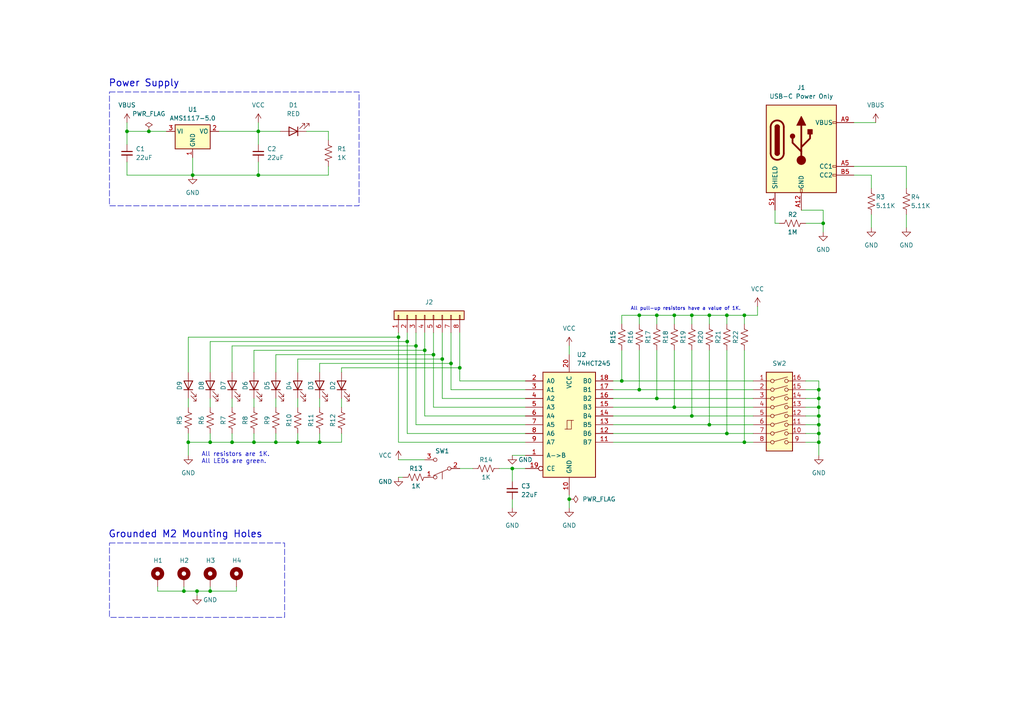
<source format=kicad_sch>
(kicad_sch (version 20230121) (generator eeschema)
  (paper "A4")
  (title_block (title "Bus Input Card") (date "6/7/2024") (rev "1.3") (company "Hasan "))
  (lib_symbols
    (symbol "74xx:74HC245" (pin_names (offset 1.016))
      (property "Reference" "U1" (at 2.1941 20.32 0))
      (property "Value" "74HCT245" (at 2.1941 17.78 0))
      (symbol "74HC245_1_0"
        (polyline (pts (xy -0.635 -1.27) (xy -0.635 1.27) (xy 0.635 1.27)))
        (polyline (pts (xy -1.27 -1.27) (xy 0.635 -1.27) (xy 0.635 1.27) (xy 1.27 1.27)))
        (pin input line (at -12.7 -8.89 0) (length 5.08) (name "A->B") (number "1"))
        (pin power_in line (at 0 -20.32 90) (length 5.08) (name "GND") (number "10"))
        (pin tri_state line (at 12.7 -5.08 180) (length 5.08) (name "B7") (number "11"))
        (pin tri_state line (at 12.7 -2.54 180) (length 5.08) (name "B6") (number "12"))
        (pin tri_state line (at 12.7 0 180) (length 5.08) (name "B5") (number "13"))
        (pin tri_state line (at 12.7 2.54 180) (length 5.08) (name "B4") (number "14"))
        (pin tri_state line (at 12.7 5.08 180) (length 5.08) (name "B3") (number "15"))
        (pin tri_state line (at 12.7 7.62 180) (length 5.08) (name "B2") (number "16"))
        (pin tri_state line (at 12.7 10.16 180) (length 5.08) (name "B1") (number "17"))
        (pin tri_state line (at 12.7 12.7 180) (length 5.08) (name "B0") (number "18"))
        (pin input inverted (at -12.7 -12.7 0) (length 5.08) (name "CE") (number "19"))
        (pin tri_state line (at -12.7 12.7 0) (length 5.08) (name "A0") (number "2"))
        (pin power_in line (at 0 20.32 270) (length 5.08) (name "VCC") (number "20"))
        (pin tri_state line (at -12.7 10.16 0) (length 5.08) (name "A1") (number "3"))
        (pin tri_state line (at -12.7 7.62 0) (length 5.08) (name "A2") (number "4"))
        (pin tri_state line (at -12.7 5.08 0) (length 5.08) (name "A3") (number "5"))
        (pin tri_state line (at -12.7 2.54 0) (length 5.08) (name "A4") (number "6"))
        (pin tri_state line (at -12.7 0 0) (length 5.08) (name "A5") (number "7"))
        (pin tri_state line (at -12.7 -2.54 0) (length 5.08) (name "A6") (number "8"))
        (pin tri_state line (at -12.7 -5.08 0) (length 5.08) (name "A7") (number "9"))
      )
      (symbol "74HC245_1_1"
        (rectangle (start -7.62 15.24) (end 7.62 -15.24) (stroke (width 0.254)) (fill (type background)))
      )
    )
    (symbol "Connector:USB_C_Receptacle_PowerOnly_6P" (pin_names (offset 1.016))
      (property "Reference" "J" (at 0 16.51 0))
      (property "Value" "USB_C_Receptacle_PowerOnly_6P" (at 0 13.97 0))
      (symbol "USB_C_Receptacle_PowerOnly_6P_0_0"
        (rectangle (start -0.254 -12.7) (end 0.254 -11.684))
        (rectangle (start 10.16 -7.366) (end 9.144 -7.874))
        (rectangle (start 10.16 -4.826) (end 9.144 -5.334))
        (rectangle (start 10.16 7.874) (end 9.144 7.366))
      )
      (symbol "USB_C_Receptacle_PowerOnly_6P_0_1"
        (rectangle (start -10.16 12.7) (end 10.16 -12.7) (stroke (width 0.254)) (fill (type background)))
        (arc (start -8.89 -1.27) (mid -6.985 -3.1667) (end -5.08 -1.27) (stroke (width 0.508)))
        (arc (start -7.62 -1.27) (mid -6.985 -1.9023) (end -6.35 -1.27) (stroke (width 0.254)))
        (arc (start -7.62 -1.27) (mid -6.985 -1.9023) (end -6.35 -1.27) (stroke (width 0.254)) (fill (type outline)))
        (rectangle (start -7.62 -1.27) (end -6.35 6.35) (stroke (width 0.254)) (fill (type outline)))
        (arc (start -6.35 6.35) (mid -6.985 6.9823) (end -7.62 6.35) (stroke (width 0.254)))
        (arc (start -6.35 6.35) (mid -6.985 6.9823) (end -7.62 6.35) (stroke (width 0.254)) (fill (type outline)))
        (arc (start -5.08 6.35) (mid -6.985 8.2467) (end -8.89 6.35) (stroke (width 0.508)))
        (circle (center -2.54 3.683) (radius 0.635) (stroke (width 0.254)) (fill (type outline)))
        (circle (center 0 -3.302) (radius 1.27) (fill (type outline)))
        (polyline (pts (xy -8.89 -1.27) (xy -8.89 6.35)) (stroke (width 0.508)))
        (polyline (pts (xy -5.08 6.35) (xy -5.08 -1.27)) (stroke (width 0.508)))
        (polyline (pts (xy 0 -3.302) (xy 0 6.858)) (stroke (width 0.508)))
        (polyline (pts (xy 0 -0.762) (xy -2.54 1.778) (xy -2.54 3.048)) (stroke (width 0.508)))
        (polyline (pts (xy 0 0.508) (xy 2.54 3.048) (xy 2.54 4.318)) (stroke (width 0.508)))
        (polyline (pts (xy -1.27 6.858) (xy 0 9.398) (xy 1.27 6.858) (xy -1.27 6.858)) (stroke (width 0.254)) (fill (type outline)))
        (rectangle (start 1.905 4.318) (end 3.175 5.588) (stroke (width 0.254)) (fill (type outline)))
      )
      (symbol "USB_C_Receptacle_PowerOnly_6P_1_1"
        (pin passive line (at 0 -17.78 90) (length 5.08) (name "GND") (number "A12"))
        (pin bidirectional line (at 15.24 -5.08 180) (length 5.08) (name "CC1") (number "A5"))
        (pin passive line (at 15.24 7.62 180) (length 5.08) (name "VBUS") (number "A9"))
        (pin passive line (at 0 -17.78 90) (length 5.08) hide (name "GND") (number "B12"))
        (pin bidirectional line (at 15.24 -7.62 180) (length 5.08) (name "CC2") (number "B5"))
        (pin passive line (at 15.24 7.62 180) (length 5.08) hide (name "VBUS") (number "B9"))
        (pin passive line (at -7.62 -17.78 90) (length 5.08) (name "SHIELD") (number "S1"))
      )
    )
    (symbol "Connector_Generic:Conn_01x08" (pin_names (offset 1.016) hide)
      (property "Reference" "J" (at 0 10.16 0))
      (property "Value" "Conn_01x08" (at 0 -12.7 0))
      (symbol "Conn_01x08_1_1"
        (rectangle (start -1.27 -10.033) (end 0 -10.287) (stroke (width 0.1524)))
        (rectangle (start -1.27 -7.493) (end 0 -7.747) (stroke (width 0.1524)))
        (rectangle (start -1.27 -4.953) (end 0 -5.207) (stroke (width 0.1524)))
        (rectangle (start -1.27 -2.413) (end 0 -2.667) (stroke (width 0.1524)))
        (rectangle (start -1.27 0.127) (end 0 -0.127) (stroke (width 0.1524)))
        (rectangle (start -1.27 2.667) (end 0 2.413) (stroke (width 0.1524)))
        (rectangle (start -1.27 5.207) (end 0 4.953) (stroke (width 0.1524)))
        (rectangle (start -1.27 7.747) (end 0 7.493) (stroke (width 0.1524)))
        (rectangle (start -1.27 8.89) (end 1.27 -11.43) (stroke (width 0.254)) (fill (type background)))
        (pin passive line (at -5.08 7.62 0) (length 3.81) (name "Pin_1") (number "1"))
        (pin passive line (at -5.08 5.08 0) (length 3.81) (name "Pin_2") (number "2"))
        (pin passive line (at -5.08 2.54 0) (length 3.81) (name "Pin_3") (number "3"))
        (pin passive line (at -5.08 0 0) (length 3.81) (name "Pin_4") (number "4"))
        (pin passive line (at -5.08 -2.54 0) (length 3.81) (name "Pin_5") (number "5"))
        (pin passive line (at -5.08 -5.08 0) (length 3.81) (name "Pin_6") (number "6"))
        (pin passive line (at -5.08 -7.62 0) (length 3.81) (name "Pin_7") (number "7"))
        (pin passive line (at -5.08 -10.16 0) (length 3.81) (name "Pin_8") (number "8"))
      )
    )
    (symbol "Device:C_Small" (pin_numbers hide) (pin_names (offset 0.254) hide)
      (property "Reference" "C" (at 0.254 1.778 0))
      (property "Value" "C_Small" (at 0.254 -2.032 0))
      (symbol "C_Small_0_1"
        (polyline (pts (xy -1.524 -0.508) (xy 1.524 -0.508)) (stroke (width 0.3302)))
        (polyline (pts (xy -1.524 0.508) (xy 1.524 0.508)) (stroke (width 0.3048)))
      )
      (symbol "C_Small_1_1"
        (pin passive line (at 0 2.54 270) (length 2.032) (name "~") (number "1"))
        (pin passive line (at 0 -2.54 90) (length 2.032) (name "~") (number "2"))
      )
    )
    (symbol "Device:LED" (pin_numbers hide) (pin_names (offset 1.016) hide)
      (property "Reference" "D" (at 0 2.54 0))
      (property "Value" "LED" (at 0 -2.54 0))
      (symbol "LED_0_1"
        (polyline (pts (xy -1.27 -1.27) (xy -1.27 1.27)) (stroke (width 0.254)))
        (polyline (pts (xy -1.27 0) (xy 1.27 0)))
        (polyline (pts (xy 1.27 -1.27) (xy 1.27 1.27) (xy -1.27 0) (xy 1.27 -1.27)) (stroke (width 0.254)))
        (polyline (pts (xy -3.048 -0.762) (xy -4.572 -2.286) (xy -3.81 -2.286) (xy -4.572 -2.286) (xy -4.572 -1.524)))
        (polyline (pts (xy -1.778 -0.762) (xy -3.302 -2.286) (xy -2.54 -2.286) (xy -3.302 -2.286) (xy -3.302 -1.524)))
      )
      (symbol "LED_1_1"
        (pin passive line (at -3.81 0 0) (length 2.54) (name "K") (number "1"))
        (pin passive line (at 3.81 0 180) (length 2.54) (name "A") (number "2"))
      )
    )
    (symbol "Device:R_US" (pin_numbers hide) (pin_names (offset 0))
      (property "Reference" "R" (at 2.54 0 90))
      (property "Value" "R_US" (at -2.54 0 90))
      (symbol "R_US_0_1"
        (polyline (pts (xy 0 -2.286) (xy 0 -2.54)))
        (polyline (pts (xy 0 2.286) (xy 0 2.54)))
        (polyline (pts (xy 0 -0.762) (xy 1.016 -1.143) (xy 0 -1.524) (xy -1.016 -1.905) (xy 0 -2.286)))
        (polyline (pts (xy 0 0.762) (xy 1.016 0.381) (xy 0 0) (xy -1.016 -0.381) (xy 0 -0.762)))
        (polyline (pts (xy 0 2.286) (xy 1.016 1.905) (xy 0 1.524) (xy -1.016 1.143) (xy 0 0.762)))
      )
      (symbol "R_US_1_1"
        (pin passive line (at 0 3.81 270) (length 1.27) (name "~") (number "1"))
        (pin passive line (at 0 -3.81 90) (length 1.27) (name "~") (number "2"))
      )
    )
    (symbol "Mechanical:MountingHole_Pad" (pin_numbers hide) (pin_names (offset 1.016) hide)
      (property "Reference" "H" (at 0 6.35 0))
      (property "Value" "MountingHole_Pad" (at 0 4.445 0))
      (symbol "MountingHole_Pad_0_1"
        (circle (center 0 1.27) (radius 1.27) (stroke (width 1.27)))
      )
      (symbol "MountingHole_Pad_1_1"
        (pin input line (at 0 -2.54 90) (length 2.54) (name "1") (number "1"))
      )
    )
    (symbol "Regulator_Linear:AMS1117-5.0"
      (property "Reference" "U" (at -3.81 3.175 0))
      (property "Value" "AMS1117-5.0" (at 0 3.175 0))
      (symbol "AMS1117-5.0_0_1"
        (rectangle (start -5.08 -5.08) (end 5.08 1.905) (stroke (width 0.254)) (fill (type background)))
      )
      (symbol "AMS1117-5.0_1_1"
        (pin power_in line (at 0 -7.62 90) (length 2.54) (name "GND") (number "1"))
        (pin power_out line (at 7.62 0 180) (length 2.54) (name "VO") (number "2"))
        (pin power_in line (at -7.62 0 0) (length 2.54) (name "VI") (number "3"))
      )
    )
    (symbol "Switch:SW_DIP_x08" (pin_names (offset 0) hide)
      (property "Reference" "SW" (at 0 13.97 0))
      (property "Value" "SW_DIP_x08" (at 0 -11.43 0))
      (symbol "SW_DIP_x08_0_0"
        (circle (center -2.032 -7.62) (radius 0.508))
        (circle (center -2.032 -5.08) (radius 0.508))
        (circle (center -2.032 -2.54) (radius 0.508))
        (circle (center -2.032 0) (radius 0.508))
        (circle (center -2.032 2.54) (radius 0.508))
        (circle (center -2.032 5.08) (radius 0.508))
        (circle (center -2.032 7.62) (radius 0.508))
        (circle (center -2.032 10.16) (radius 0.508))
        (polyline (pts (xy -1.524 -7.4676) (xy 2.3622 -6.4262)))
        (polyline (pts (xy -1.524 -4.9276) (xy 2.3622 -3.8862)))
        (polyline (pts (xy -1.524 -2.3876) (xy 2.3622 -1.3462)))
        (polyline (pts (xy -1.524 0.127) (xy 2.3622 1.1684)))
        (polyline (pts (xy -1.524 2.667) (xy 2.3622 3.7084)))
        (polyline (pts (xy -1.524 5.207) (xy 2.3622 6.2484)))
        (polyline (pts (xy -1.524 7.747) (xy 2.3622 8.7884)))
        (polyline (pts (xy -1.524 10.287) (xy 2.3622 11.3284)))
        (circle (center 2.032 -7.62) (radius 0.508))
        (circle (center 2.032 -5.08) (radius 0.508))
        (circle (center 2.032 -2.54) (radius 0.508))
        (circle (center 2.032 0) (radius 0.508))
        (circle (center 2.032 2.54) (radius 0.508))
        (circle (center 2.032 5.08) (radius 0.508))
        (circle (center 2.032 7.62) (radius 0.508))
        (circle (center 2.032 10.16) (radius 0.508))
      )
      (symbol "SW_DIP_x08_0_1"
        (rectangle (start -3.81 12.7) (end 3.81 -10.16) (stroke (width 0.254)) (fill (type background)))
      )
      (symbol "SW_DIP_x08_1_1"
        (pin passive line (at -7.62 10.16 0) (length 5.08) (name "~") (number "1"))
        (pin passive line (at 7.62 -5.08 180) (length 5.08) (name "~") (number "10"))
        (pin passive line (at 7.62 -2.54 180) (length 5.08) (name "~") (number "11"))
        (pin passive line (at 7.62 0 180) (length 5.08) (name "~") (number "12"))
        (pin passive line (at 7.62 2.54 180) (length 5.08) (name "~") (number "13"))
        (pin passive line (at 7.62 5.08 180) (length 5.08) (name "~") (number "14"))
        (pin passive line (at 7.62 7.62 180) (length 5.08) (name "~") (number "15"))
        (pin passive line (at 7.62 10.16 180) (length 5.08) (name "~") (number "16"))
        (pin passive line (at -7.62 7.62 0) (length 5.08) (name "~") (number "2"))
        (pin passive line (at -7.62 5.08 0) (length 5.08) (name "~") (number "3"))
        (pin passive line (at -7.62 2.54 0) (length 5.08) (name "~") (number "4"))
        (pin passive line (at -7.62 0 0) (length 5.08) (name "~") (number "5"))
        (pin passive line (at -7.62 -2.54 0) (length 5.08) (name "~") (number "6"))
        (pin passive line (at -7.62 -5.08 0) (length 5.08) (name "~") (number "7"))
        (pin passive line (at -7.62 -7.62 0) (length 5.08) (name "~") (number "8"))
        (pin passive line (at 7.62 -7.62 180) (length 5.08) (name "~") (number "9"))
      )
    )
    (symbol "Switch:SW_Push_SPDT" (pin_names (offset 0) hide)
      (property "Reference" "SW" (at 0 4.318 0))
      (property "Value" "SW_Push_SPDT" (at 0 -5.08 0))
      (symbol "SW_Push_SPDT_0_0"
        (circle (center -2.032 0) (radius 0.508))
        (polyline (pts (xy 0 1.016) (xy 0 3.048)))
        (circle (center 2.032 -2.54) (radius 0.508))
      )
      (symbol "SW_Push_SPDT_0_1"
        (polyline (pts (xy -1.524 0.254) (xy 2.54 2.032)))
        (circle (center 2.032 2.54) (radius 0.508))
      )
      (symbol "SW_Push_SPDT_1_1"
        (pin passive line (at 5.08 2.54 180) (length 2.54) (name "A") (number "1"))
        (pin passive line (at -5.08 0 0) (length 2.54) (name "B") (number "2"))
        (pin passive line (at 5.08 -2.54 180) (length 2.54) (name "C") (number "3"))
      )
    )
    (symbol "power:GND" (power) (pin_names (offset 0))
      (property "Value" "GND" (at 0 -3.81 0))
      (symbol "GND_0_1"
        (polyline (pts (xy 0 0) (xy 0 -1.27) (xy 1.27 -1.27) (xy 0 -2.54) (xy -1.27 -1.27) (xy 0 -1.27)))
      )
      (symbol "GND_1_1"
        (pin power_in line (at 0 0 270) (length 0) hide (name "GND") (number "1"))
      )
    )
    (symbol "power:PWR_FLAG" (power) (pin_numbers hide) (pin_names (offset 0) hide)
      (property "Value" "PWR_FLAG" (at 0 3.81 0))
      (symbol "PWR_FLAG_0_0"
        (pin power_out line (at 0 0 90) (length 0) (name "pwr") (number "1"))
      )
      (symbol "PWR_FLAG_0_1"
        (polyline (pts (xy 0 0) (xy 0 1.27) (xy -1.016 1.905) (xy 0 2.54) (xy 1.016 1.905) (xy 0 1.27)))
      )
    )
    (symbol "power:VBUS" (power) (pin_names (offset 0))
      (property "Value" "VBUS" (at 0 3.81 0))
      (symbol "VBUS_0_1"
        (polyline (pts (xy -0.762 1.27) (xy 0 2.54)))
        (polyline (pts (xy 0 0) (xy 0 2.54)))
        (polyline (pts (xy 0 2.54) (xy 0.762 1.27)))
      )
      (symbol "VBUS_1_1"
        (pin power_in line (at 0 0 90) (length 0) hide (name "VBUS") (number "1"))
      )
    )
    (symbol "power:VCC" (power) (pin_names (offset 0))
      (property "Value" "VCC" (at 0 3.81 0))
      (symbol "VCC_0_1"
        (polyline (pts (xy -0.762 1.27) (xy 0 2.54)))
        (polyline (pts (xy 0 0) (xy 0 2.54)))
        (polyline (pts (xy 0 2.54) (xy 0.762 1.27)))
      )
      (symbol "VCC_1_1"
        (pin power_in line (at 0 0 90) (length 0) hide (name "VCC") (number "1"))
      )
    )
  )
  (junction (at 237.49 115.57))
  (junction (at 210.82 125.73))
  (junction (at 74.93 38.1))
  (junction (at 115.57 97.79))
  (junction (at 215.9 128.27))
  (junction (at 237.49 128.27))
  (junction (at 123.19 101.6))
  (junction (at 125.73 102.87))
  (junction (at 185.42 113.03))
  (junction (at 54.61 128.27))
  (junction (at 237.49 123.19))
  (junction (at 237.49 125.73))
  (junction (at 128.27 104.14))
  (junction (at 133.35 106.68))
  (junction (at 237.49 120.65))
  (junction (at 53.34 171.45))
  (junction (at 148.59 135.89))
  (junction (at 36.83 38.1))
  (junction (at 118.11 99.06))
  (junction (at 55.88 50.8))
  (junction (at 190.5 91.44))
  (junction (at 43.18 38.1))
  (junction (at 195.58 91.44))
  (junction (at 92.71 128.27))
  (junction (at 238.76 64.77))
  (junction (at 67.31 128.27))
  (junction (at 180.34 110.49))
  (junction (at 185.42 91.44))
  (junction (at 130.81 105.41))
  (junction (at 60.96 128.27))
  (junction (at 74.93 50.8))
  (junction (at 165.1 144.78))
  (junction (at 200.66 91.44))
  (junction (at 80.01 128.27))
  (junction (at 200.66 120.65))
  (junction (at 215.9 91.44))
  (junction (at 237.49 113.03))
  (junction (at 120.65 100.33))
  (junction (at 73.66 128.27))
  (junction (at 210.82 91.44))
  (junction (at 86.36 128.27))
  (junction (at 205.74 91.44))
  (junction (at 205.74 123.19))
  (junction (at 57.15 171.45))
  (junction (at 60.96 171.45))
  (junction (at 195.58 118.11))
  (junction (at 190.5 115.57))
  (junction (at 237.49 118.11))
  (wire (pts (xy 185.42 101.6) (xy 185.42 113.03)))
  (wire (pts (xy 67.31 107.95) (xy 67.31 100.33)))
  (wire (pts (xy 92.71 107.95) (xy 92.71 105.41)))
  (wire (pts (xy 63.5 38.1) (xy 74.93 38.1)))
  (wire (pts (xy 55.88 45.72) (xy 55.88 50.8)))
  (wire (pts (xy 237.49 120.65) (xy 233.68 120.65)))
  (wire (pts (xy 54.61 97.79) (xy 115.57 97.79)))
  (wire (pts (xy 148.59 135.89) (xy 148.59 139.7)))
  (wire (pts (xy 210.82 101.6) (xy 210.82 125.73)))
  (wire (pts (xy 36.83 38.1) (xy 36.83 35.56)))
  (wire (pts (xy 115.57 97.79) (xy 115.57 128.27)))
  (wire (pts (xy 73.66 107.95) (xy 73.66 101.6)))
  (wire (pts (xy 152.4 125.73) (xy 118.11 125.73)))
  (wire (pts (xy 219.71 91.44) (xy 219.71 88.9)))
  (wire (pts (xy 54.61 128.27) (xy 60.96 128.27)))
  (wire (pts (xy 74.93 38.1) (xy 74.93 41.91)))
  (wire (pts (xy 120.65 123.19) (xy 120.65 100.33)))
  (wire (pts (xy 152.4 123.19) (xy 120.65 123.19)))
  (wire (pts (xy 74.93 46.99) (xy 74.93 50.8)))
  (wire (pts (xy 130.81 96.52) (xy 130.81 105.41)))
  (wire (pts (xy 195.58 118.11) (xy 177.8 118.11)))
  (wire (pts (xy 252.73 50.8) (xy 247.65 50.8)))
  (wire (pts (xy 165.1 143.51) (xy 165.1 144.78)))
  (wire (pts (xy 148.59 144.78) (xy 148.59 147.32)))
  (wire (pts (xy 237.49 113.03) (xy 237.49 115.57)))
  (wire (pts (xy 92.71 128.27) (xy 92.71 125.73)))
  (wire (pts (xy 262.89 54.61) (xy 262.89 48.26)))
  (wire (pts (xy 86.36 128.27) (xy 86.36 125.73)))
  (wire (pts (xy 86.36 107.95) (xy 86.36 104.14)))
  (wire (pts (xy 67.31 115.57) (xy 67.31 118.11)))
  (wire (pts (xy 237.49 125.73) (xy 237.49 128.27)))
  (wire (pts (xy 215.9 101.6) (xy 215.9 128.27)))
  (wire (pts (xy 54.61 115.57) (xy 54.61 118.11)))
  (wire (pts (xy 67.31 100.33) (xy 120.65 100.33)))
  (wire (pts (xy 88.9 38.1) (xy 95.25 38.1)))
  (wire (pts (xy 180.34 110.49) (xy 218.44 110.49)))
  (wire (pts (xy 115.57 133.35) (xy 123.19 133.35)))
  (wire (pts (xy 128.27 115.57) (xy 128.27 104.14)))
  (wire (pts (xy 57.15 171.45) (xy 60.96 171.45)))
  (wire (pts (xy 237.49 110.49) (xy 233.68 110.49)))
  (wire (pts (xy 123.19 120.65) (xy 123.19 101.6)))
  (wire (pts (xy 152.4 110.49) (xy 133.35 110.49)))
  (wire (pts (xy 237.49 128.27) (xy 237.49 132.08)))
  (wire (pts (xy 80.01 107.95) (xy 80.01 102.87)))
  (wire (pts (xy 205.74 91.44) (xy 210.82 91.44)))
  (wire (pts (xy 73.66 101.6) (xy 123.19 101.6)))
  (wire (pts (xy 36.83 38.1) (xy 36.83 41.91)))
  (wire (pts (xy 195.58 101.6) (xy 195.58 118.11)))
  (wire (pts (xy 124.46 138.43) (xy 123.19 138.43)))
  (wire (pts (xy 200.66 101.6) (xy 200.66 120.65)))
  (wire (pts (xy 237.49 115.57) (xy 233.68 115.57)))
  (wire (pts (xy 165.1 144.78) (xy 165.1 147.32)))
  (wire (pts (xy 165.1 100.33) (xy 165.1 102.87)))
  (wire (pts (xy 177.8 120.65) (xy 200.66 120.65)))
  (wire (pts (xy 190.5 115.57) (xy 177.8 115.57)))
  (wire (pts (xy 237.49 113.03) (xy 233.68 113.03)))
  (wire (pts (xy 237.49 110.49) (xy 237.49 113.03)))
  (wire (pts (xy 80.01 128.27) (xy 86.36 128.27)))
  (wire (pts (xy 218.44 118.11) (xy 195.58 118.11)))
  (wire (pts (xy 177.8 110.49) (xy 180.34 110.49)))
  (wire (pts (xy 60.96 171.45) (xy 60.96 170.18)))
  (wire (pts (xy 180.34 101.6) (xy 180.34 110.49)))
  (wire (pts (xy 180.34 91.44) (xy 180.34 93.98)))
  (wire (pts (xy 54.61 128.27) (xy 54.61 125.73)))
  (wire (pts (xy 60.96 128.27) (xy 67.31 128.27)))
  (wire (pts (xy 74.93 38.1) (xy 81.28 38.1)))
  (wire (pts (xy 205.74 123.19) (xy 177.8 123.19)))
  (wire (pts (xy 73.66 128.27) (xy 73.66 125.73)))
  (wire (pts (xy 99.06 128.27) (xy 99.06 125.73)))
  (wire (pts (xy 200.66 120.65) (xy 218.44 120.65)))
  (wire (pts (xy 73.66 115.57) (xy 73.66 118.11)))
  (wire (pts (xy 74.93 50.8) (xy 55.88 50.8)))
  (wire (pts (xy 116.84 138.43) (xy 115.57 138.43)))
  (wire (pts (xy 45.72 171.45) (xy 45.72 170.18)))
  (wire (pts (xy 190.5 91.44) (xy 195.58 91.44)))
  (wire (pts (xy 185.42 91.44) (xy 185.42 93.98)))
  (wire (pts (xy 195.58 91.44) (xy 195.58 93.98)))
  (wire (pts (xy 238.76 67.31) (xy 238.76 64.77)))
  (wire (pts (xy 180.34 91.44) (xy 185.42 91.44)))
  (wire (pts (xy 125.73 96.52) (xy 125.73 102.87)))
  (wire (pts (xy 177.8 125.73) (xy 210.82 125.73)))
  (wire (pts (xy 53.34 171.45) (xy 53.34 170.18)))
  (wire (pts (xy 86.36 128.27) (xy 92.71 128.27)))
  (wire (pts (xy 218.44 128.27) (xy 215.9 128.27)))
  (wire (pts (xy 237.49 118.11) (xy 237.49 120.65)))
  (wire (pts (xy 92.71 128.27) (xy 99.06 128.27)))
  (wire (pts (xy 53.34 171.45) (xy 57.15 171.45)))
  (wire (pts (xy 36.83 46.99) (xy 36.83 50.8)))
  (wire (pts (xy 152.4 120.65) (xy 123.19 120.65)))
  (wire (pts (xy 99.06 107.95) (xy 99.06 106.68)))
  (wire (pts (xy 252.73 54.61) (xy 252.73 50.8)))
  (wire (pts (xy 74.93 38.1) (xy 74.93 35.56)))
  (wire (pts (xy 190.5 91.44) (xy 190.5 93.98)))
  (wire (pts (xy 118.11 99.06) (xy 118.11 125.73)))
  (wire (pts (xy 152.4 118.11) (xy 125.73 118.11)))
  (wire (pts (xy 152.4 128.27) (xy 115.57 128.27)))
  (wire (pts (xy 237.49 123.19) (xy 237.49 125.73)))
  (wire (pts (xy 215.9 91.44) (xy 215.9 93.98)))
  (wire (pts (xy 60.96 171.45) (xy 68.58 171.45)))
  (wire (pts (xy 92.71 105.41) (xy 130.81 105.41)))
  (wire (pts (xy 252.73 62.23) (xy 252.73 66.04)))
  (wire (pts (xy 219.71 91.44) (xy 215.9 91.44)))
  (wire (pts (xy 120.65 96.52) (xy 120.65 100.33)))
  (wire (pts (xy 205.74 91.44) (xy 205.74 93.98)))
  (wire (pts (xy 99.06 115.57) (xy 99.06 118.11)))
  (wire (pts (xy 195.58 91.44) (xy 200.66 91.44)))
  (wire (pts (xy 218.44 115.57) (xy 190.5 115.57)))
  (wire (pts (xy 224.79 64.77) (xy 224.79 60.96)))
  (wire (pts (xy 118.11 96.52) (xy 118.11 99.06)))
  (wire (pts (xy 210.82 125.73) (xy 218.44 125.73)))
  (wire (pts (xy 247.65 48.26) (xy 262.89 48.26)))
  (wire (pts (xy 80.01 115.57) (xy 80.01 118.11)))
  (wire (pts (xy 60.96 115.57) (xy 60.96 118.11)))
  (wire (pts (xy 177.8 113.03) (xy 185.42 113.03)))
  (wire (pts (xy 148.59 135.89) (xy 152.4 135.89)))
  (wire (pts (xy 200.66 91.44) (xy 200.66 93.98)))
  (wire (pts (xy 237.49 120.65) (xy 237.49 123.19)))
  (wire (pts (xy 215.9 128.27) (xy 177.8 128.27)))
  (wire (pts (xy 205.74 101.6) (xy 205.74 123.19)))
  (wire (pts (xy 237.49 118.11) (xy 233.68 118.11)))
  (wire (pts (xy 123.19 96.52) (xy 123.19 101.6)))
  (wire (pts (xy 237.49 115.57) (xy 237.49 118.11)))
  (wire (pts (xy 68.58 171.45) (xy 68.58 170.18)))
  (wire (pts (xy 144.78 135.89) (xy 148.59 135.89)))
  (wire (pts (xy 152.4 113.03) (xy 130.81 113.03)))
  (wire (pts (xy 115.57 96.52) (xy 115.57 97.79)))
  (wire (pts (xy 210.82 91.44) (xy 210.82 93.98)))
  (wire (pts (xy 67.31 128.27) (xy 73.66 128.27)))
  (wire (pts (xy 67.31 128.27) (xy 67.31 125.73)))
  (wire (pts (xy 99.06 106.68) (xy 133.35 106.68)))
  (wire (pts (xy 148.59 132.08) (xy 152.4 132.08)))
  (wire (pts (xy 226.06 64.77) (xy 224.79 64.77)))
  (wire (pts (xy 95.25 48.26) (xy 95.25 50.8)))
  (wire (pts (xy 130.81 113.03) (xy 130.81 105.41)))
  (wire (pts (xy 80.01 128.27) (xy 80.01 125.73)))
  (wire (pts (xy 45.72 171.45) (xy 53.34 171.45)))
  (wire (pts (xy 262.89 62.23) (xy 262.89 66.04)))
  (wire (pts (xy 80.01 102.87) (xy 125.73 102.87)))
  (wire (pts (xy 133.35 135.89) (xy 137.16 135.89)))
  (wire (pts (xy 74.93 50.8) (xy 95.25 50.8)))
  (wire (pts (xy 36.83 38.1) (xy 43.18 38.1)))
  (wire (pts (xy 54.61 107.95) (xy 54.61 97.79)))
  (wire (pts (xy 92.71 115.57) (xy 92.71 118.11)))
  (wire (pts (xy 237.49 123.19) (xy 233.68 123.19)))
  (wire (pts (xy 60.96 128.27) (xy 60.96 125.73)))
  (wire (pts (xy 54.61 128.27) (xy 54.61 132.08)))
  (wire (pts (xy 185.42 91.44) (xy 190.5 91.44)))
  (wire (pts (xy 210.82 91.44) (xy 215.9 91.44)))
  (wire (pts (xy 60.96 107.95) (xy 60.96 99.06)))
  (wire (pts (xy 218.44 123.19) (xy 205.74 123.19)))
  (wire (pts (xy 43.18 38.1) (xy 48.26 38.1)))
  (wire (pts (xy 238.76 60.96) (xy 238.76 64.77)))
  (wire (pts (xy 247.65 35.56) (xy 254 35.56)))
  (wire (pts (xy 233.68 64.77) (xy 238.76 64.77)))
  (wire (pts (xy 237.49 125.73) (xy 233.68 125.73)))
  (wire (pts (xy 57.15 172.72) (xy 57.15 171.45)))
  (wire (pts (xy 238.76 60.96) (xy 232.41 60.96)))
  (wire (pts (xy 60.96 99.06) (xy 118.11 99.06)))
  (wire (pts (xy 200.66 91.44) (xy 205.74 91.44)))
  (wire (pts (xy 133.35 110.49) (xy 133.35 106.68)))
  (wire (pts (xy 73.66 128.27) (xy 80.01 128.27)))
  (wire (pts (xy 36.83 50.8) (xy 55.88 50.8)))
  (wire (pts (xy 190.5 101.6) (xy 190.5 115.57)))
  (wire (pts (xy 95.25 40.64) (xy 95.25 38.1)))
  (wire (pts (xy 133.35 96.52) (xy 133.35 106.68)))
  (wire (pts (xy 185.42 113.03) (xy 218.44 113.03)))
  (wire (pts (xy 128.27 96.52) (xy 128.27 104.14)))
  (wire (pts (xy 86.36 104.14) (xy 128.27 104.14)))
  (wire (pts (xy 86.36 115.57) (xy 86.36 118.11)))
  (wire (pts (xy 152.4 115.57) (xy 128.27 115.57)))
  (wire (pts (xy 125.73 118.11) (xy 125.73 102.87)))
  (wire (pts (xy 237.49 128.27) (xy 233.68 128.27)))
  (rectangle (start 31.75 157.48) (end 82.55 179.07) (stroke (width 0) (type dash)))
  (rectangle (start 31.75 26.67) (end 104.14 59.69) (stroke (width 0) (type dash)))
  (text "All resistors are 1K.\nAll LEDs are green." (at 58.42 134.62 0) (effects (font (size 1.27 1.27)) (justify left bottom)))
  (text "Power Supply" (at 52.07 25.4 0) (effects (font (size 2 2) (thickness 0.254) bold) (justify right bottom)))
  (text "Grounded M2 Mounting Holes" (at 76.2 156.21 0) (effects (font (size 2 2) (thickness 0.254) bold) (justify right bottom)))
  (text "All pull-up resistors have a value of 1K." (at 182.88 90.17 0) (effects (font (size 1 1)) (justify left bottom)))
  (symbol (lib_id "Device:R_US") (at 195.58 97.79 180) (unit 1)
    (property "Reference" "R18" (at 193.04 97.79 90))
    (property "Value" "1k" (effects hide))
    (property "Footprint" "Resistor_SMD:R_0805_2012Metric" (effects hide))
  )
  (symbol (lib_id "Device:R_US") (at 54.61 121.92 180) (unit 1)
    (property "Reference" "R5" (at 52.07 121.92 90))
    (property "Value" "1k" (effects hide))
    (property "Footprint" "Resistor_SMD:R_0805_2012Metric" (effects hide))
  )
  (symbol (lib_id "power:GND") (at 57.15 172.72 0) (unit 1)
    (property "Reference" "#PWR010" (effects hide))
    (property "Value" "GND" (at 60.96 173.99 0))
  )
  (symbol (lib_id "Mechanical:MountingHole_Pad") (at 53.34 167.64 0) (unit 1)
    (property "Reference" "H2" (at 52.07 162.56 0) (effects (justify left)))
    (property "Value" "MountingHole" (effects hide))
    (property "Footprint" "MountingHole:MountingHole_2.2mm_M2_DIN965_Pad" (effects hide))
  )
  (symbol (lib_id "power:PWR_FLAG") (at 43.18 38.1 0) (unit 1)
    (property "Reference" "#FLG01" (effects hide))
    (property "Value" "PWR_FLAG" (at 43.18 33.02 0))
  )
  (symbol (lib_id "power:VCC") (at 165.1 100.33 0) (unit 1)
    (property "Reference" "#PWR03" (effects hide))
    (property "Value" "VCC" (at 165.1 95.25 0))
  )
  (symbol (lib_id "Mechanical:MountingHole_Pad") (at 60.96 167.64 0) (unit 1)
    (property "Reference" "H3" (at 59.69 162.56 0) (effects (justify left)))
    (property "Value" "MountingHole" (effects hide))
    (property "Footprint" "MountingHole:MountingHole_2.2mm_M2_DIN965_Pad" (effects hide))
  )
  (symbol (lib_id "Connector:USB_C_Receptacle_PowerOnly_6P") (at 232.41 43.18 0) (unit 1)
    (property "Reference" "J1" (at 232.41 25.4 0))
    (property "Value" "USB-C Power Only" (at 232.41 27.94 0))
    (property "Footprint" "Connector_USB:USB_C_Receptacle_GCT_USB4135-GF-A_6P_TopMnt_Horizontal" (effects hide))
    (property "Datasheet" "https://www.usb.org/sites/default/files/documents/usb_type-c.zip" (effects hide))
  )
  (symbol (lib_id "Device:R_US") (at 205.74 97.79 180) (unit 1)
    (property "Reference" "R20" (at 203.2 97.79 90))
    (property "Value" "1k" (effects hide))
    (property "Footprint" "Resistor_SMD:R_0805_2012Metric" (effects hide))
  )
  (symbol (lib_id "power:GND") (at 54.61 132.08 0) (unit 1)
    (property "Reference" "#PWR017" (effects hide))
    (property "Value" "GND" (at 54.61 137.16 0))
  )
  (symbol (lib_id "power:VCC") (at 74.93 35.56 0) (unit 1)
    (property "Reference" "#PWR015" (effects hide))
    (property "Value" "VCC" (at 74.93 30.48 0))
  )
  (symbol (lib_id "power:VCC") (at 219.71 88.9 0) (unit 1)
    (property "Reference" "#PWR01" (effects hide))
    (property "Value" "VCC" (at 219.71 83.82 0))
  )
  (symbol (lib_id "Device:LED") (at 60.96 111.76 90) (unit 1)
    (property "Reference" "D8" (at 58.42 110.49 0) (effects (justify right)))
    (property "Value" "GREEN" (effects hide))
    (property "Footprint" "LED_SMD:LED_1206_3216Metric" (effects hide))
  )
  (symbol (lib_id "Device:R_US") (at 185.42 97.79 180) (unit 1)
    (property "Reference" "R16" (at 182.88 97.79 90))
    (property "Value" "1k" (effects hide))
    (property "Footprint" "Resistor_SMD:R_0805_2012Metric" (effects hide))
  )
  (symbol (lib_id "Device:C_Small") (at 74.93 44.45 0) (unit 1)
    (property "Reference" "C2" (at 77.47 43.1863 0) (effects (justify left)))
    (property "Value" "22uF" (at 77.47 45.7263 0) (effects (justify left)))
    (property "Footprint" "Capacitor_SMD:C_0805_2012Metric" (effects hide))
  )
  (symbol (lib_id "Device:R_US") (at 120.65 138.43 90) (unit 1)
    (property "Reference" "R13" (at 120.65 135.89 90))
    (property "Value" "1K" (at 120.65 140.97 90))
    (property "Footprint" "Resistor_SMD:R_0805_2012Metric" (effects hide))
  )
  (symbol (lib_id "Device:R_US") (at 60.96 121.92 180) (unit 1)
    (property "Reference" "R6" (at 58.42 121.92 90))
    (property "Value" "1k" (effects hide))
    (property "Footprint" "Resistor_SMD:R_0805_2012Metric" (effects hide))
  )
  (symbol (lib_id "Device:R_US") (at 80.01 121.92 180) (unit 1)
    (property "Reference" "R9" (at 77.47 121.92 90))
    (property "Value" "1k" (effects hide))
    (property "Footprint" "Resistor_SMD:R_0805_2012Metric" (effects hide))
  )
  (symbol (lib_id "Device:R_US") (at 99.06 121.92 180) (unit 1)
    (property "Reference" "R12" (at 96.52 121.92 90))
    (property "Value" "1k" (effects hide))
    (property "Footprint" "Resistor_SMD:R_0805_2012Metric" (effects hide))
  )
  (symbol (lib_id "Device:C_Small") (at 148.59 142.24 0) (unit 1)
    (property "Reference" "C3" (at 151.13 140.9763 0) (effects (justify left)))
    (property "Value" "22uF" (at 151.13 143.5163 0) (effects (justify left)))
    (property "Footprint" "Capacitor_SMD:C_0805_2012Metric" (effects hide))
  )
  (symbol (lib_id "Device:R_US") (at 92.71 121.92 180) (unit 1)
    (property "Reference" "R11" (at 90.17 121.92 90))
    (property "Value" "1k" (effects hide))
    (property "Footprint" "Resistor_SMD:R_0805_2012Metric" (effects hide))
  )
  (symbol (lib_id "Device:LED") (at 92.71 111.76 90) (unit 1)
    (property "Reference" "D3" (at 90.17 110.49 0) (effects (justify right)))
    (property "Value" "GREEN" (effects hide))
    (property "Footprint" "LED_SMD:LED_1206_3216Metric" (effects hide))
  )
  (symbol (lib_id "Switch:SW_Push_SPDT") (at 128.27 135.89 180) (unit 1)
    (property "Reference" "SW1" (at 128.27 130.81 0))
    (property "Value" "SW_Push_SPDT" (effects hide))
    (property "Footprint" "Button_Switch_SMD:SW_SPDT_CK-JS102011SAQN" (effects hide))
  )
  (symbol (lib_id "Device:R_US") (at 67.31 121.92 180) (unit 1)
    (property "Reference" "R7" (at 64.77 121.92 90))
    (property "Value" "1k" (effects hide))
    (property "Footprint" "Resistor_SMD:R_0805_2012Metric" (effects hide))
  )
  (symbol (lib_id "power:GND") (at 237.49 132.08 0) (unit 1)
    (property "Reference" "#PWR07" (effects hide))
    (property "Value" "GND" (at 237.49 137.16 0))
  )
  (symbol (lib_id "power:PWR_FLAG") (at 165.1 144.78 270) (unit 1)
    (property "Reference" "#FLG02" (effects hide))
    (property "Value" "PWR_FLAG" (at 168.91 144.78 90) (effects (justify left)))
  )
  (symbol (lib_id "power:GND") (at 55.88 50.8 0) (unit 1)
    (property "Reference" "#PWR016" (effects hide))
    (property "Value" "GND" (at 55.88 55.88 0))
  )
  (symbol (lib_id "Device:R_US") (at 190.5 97.79 180) (unit 1)
    (property "Reference" "R17" (at 187.96 97.79 90))
    (property "Value" "1k" (effects hide))
    (property "Footprint" "Resistor_SMD:R_0805_2012Metric" (effects hide))
  )
  (symbol (lib_id "Device:LED") (at 86.36 111.76 90) (unit 1)
    (property "Reference" "D4" (at 83.82 110.49 0) (effects (justify right)))
    (property "Value" "GREEN" (effects hide))
    (property "Footprint" "LED_SMD:LED_1206_3216Metric" (effects hide))
  )
  (symbol (lib_id "Regulator_Linear:AMS1117-5.0") (at 55.88 38.1 0) (unit 1)
    (property "Reference" "U1" (at 55.88 31.75 0))
    (property "Value" "AMS1117-5.0" (at 55.88 34.29 0))
    (property "Footprint" "Package_TO_SOT_SMD:SOT-223-3_TabPin2" (effects hide))
    (property "Datasheet" "http://www.advanced-monolithic.com/pdf/ds1117.pdf" (effects hide))
  )
  (symbol (lib_id "Device:R_US") (at 73.66 121.92 180) (unit 1)
    (property "Reference" "R8" (at 71.12 121.92 90))
    (property "Value" "1k" (effects hide))
    (property "Footprint" "Resistor_SMD:R_0805_2012Metric" (effects hide))
  )
  (symbol (lib_id "Device:LED") (at 67.31 111.76 90) (unit 1)
    (property "Reference" "D7" (at 64.77 110.49 0) (effects (justify right)))
    (property "Value" "GREEN" (effects hide))
    (property "Footprint" "LED_SMD:LED_1206_3216Metric" (effects hide))
  )
  (symbol (lib_id "power:GND") (at 148.59 147.32 0) (unit 1)
    (property "Reference" "#PWR08" (effects hide))
    (property "Value" "GND" (at 148.59 152.4 0))
  )
  (symbol (lib_id "Device:R_US") (at 86.36 121.92 180) (unit 1)
    (property "Reference" "R10" (at 83.82 121.92 90))
    (property "Value" "1k" (effects hide))
    (property "Footprint" "Resistor_SMD:R_0805_2012Metric" (effects hide))
  )
  (symbol (lib_id "power:GND") (at 148.59 132.08 0) (unit 1)
    (property "Reference" "#PWR04" (effects hide))
    (property "Value" "GND" (at 152.4 133.35 0))
  )
  (symbol (lib_id "power:GND") (at 262.89 66.04 0) (unit 1)
    (property "Reference" "#PWR019" (effects hide))
    (property "Value" "GND" (at 262.89 71.12 0))
  )
  (symbol (lib_id "power:GND") (at 238.76 67.31 0) (unit 1)
    (property "Reference" "#PWR020" (effects hide))
    (property "Value" "GND" (at 238.76 72.39 0))
  )
  (symbol (lib_id "Connector_Generic:Conn_01x08") (at 123.19 91.44 90) (unit 1)
    (property "Reference" "J2" (at 124.46 87.63 90))
    (property "Value" "Pin Header" (effects hide))
    (property "Footprint" "Connector_PinHeader_2.54mm:PinHeader_1x08_P2.54mm_Vertical" (effects hide))
  )
  (symbol (lib_id "Device:R_US") (at 262.89 58.42 0) (unit 1)
    (property "Reference" "R4" (at 264.16 57.15 0) (effects (justify left)))
    (property "Value" "5.11K" (at 264.16 59.69 0) (effects (justify left)))
    (property "Footprint" "Resistor_SMD:R_0805_2012Metric" (effects hide))
  )
  (symbol (lib_id "Mechanical:MountingHole_Pad") (at 68.58 167.64 0) (unit 1)
    (property "Reference" "H4" (at 67.31 162.56 0) (effects (justify left)))
    (property "Value" "MountingHole" (effects hide))
    (property "Footprint" "MountingHole:MountingHole_2.2mm_M2_DIN965_Pad" (effects hide))
  )
  (symbol (lib_id "Device:C_Small") (at 36.83 44.45 0) (unit 1)
    (property "Reference" "C1" (at 39.37 43.1863 0) (effects (justify left)))
    (property "Value" "22uF" (at 39.37 45.7263 0) (effects (justify left)))
    (property "Footprint" "Capacitor_SMD:C_0805_2012Metric" (effects hide))
  )
  (symbol (lib_id "Device:R_US") (at 210.82 97.79 180) (unit 1)
    (property "Reference" "R21" (at 208.28 97.79 90))
    (property "Value" "1k" (effects hide))
    (property "Footprint" "Resistor_SMD:R_0805_2012Metric" (effects hide))
  )
  (symbol (lib_id "Device:R_US") (at 215.9 97.79 180) (unit 1)
    (property "Reference" "R22" (at 213.36 97.79 90))
    (property "Value" "1k" (effects hide))
    (property "Footprint" "Resistor_SMD:R_0805_2012Metric" (effects hide))
  )
  (symbol (lib_id "Device:R_US") (at 252.73 58.42 0) (unit 1)
    (property "Reference" "R3" (at 254 57.15 0) (effects (justify left)))
    (property "Value" "5.11K" (at 254 59.69 0) (effects (justify left)))
    (property "Footprint" "Resistor_SMD:R_0805_2012Metric" (effects hide))
  )
  (symbol (lib_id "power:VCC") (at 115.57 133.35 0) (unit 1)
    (property "Reference" "#PWR05" (effects hide))
    (property "Value" "VCC" (at 111.76 132.08 0))
  )
  (symbol (lib_id "Device:R_US") (at 180.34 97.79 180) (unit 1)
    (property "Reference" "R15" (at 177.8 97.79 90))
    (property "Value" "1k" (effects hide))
    (property "Footprint" "Resistor_SMD:R_0805_2012Metric" (effects hide))
  )
  (symbol (lib_id "Device:LED") (at 99.06 111.76 90) (unit 1)
    (property "Reference" "D2" (at 96.52 110.49 0) (effects (justify right)))
    (property "Value" "GREEN" (effects hide))
    (property "Footprint" "LED_SMD:LED_1206_3216Metric" (effects hide))
  )
  (symbol (lib_id "power:GND") (at 252.73 66.04 0) (unit 1)
    (property "Reference" "#PWR018" (effects hide))
    (property "Value" "GND" (at 252.73 71.12 0))
  )
  (symbol (lib_id "power:VBUS") (at 36.83 35.56 0) (unit 1)
    (property "Reference" "#PWR09" (effects hide))
    (property "Value" "VBUS" (at 36.83 30.48 0))
  )
  (symbol (lib_id "Device:R_US") (at 95.25 44.45 180) (unit 1)
    (property "Reference" "R1" (at 97.79 43.18 0) (effects (justify right)))
    (property "Value" "1K" (at 97.79 45.72 0) (effects (justify right)))
    (property "Footprint" "Resistor_SMD:R_0805_2012Metric" (effects hide))
  )
  (symbol (lib_id "Switch:SW_DIP_x08") (at 226.06 120.65 0) (unit 1)
    (property "Reference" "SW2" (at 226.06 105.41 0))
    (property "Value" "SW_DIP_x08" (effects hide))
    (property "Footprint" "Button_Switch_SMD:SW_DIP_SPSTx08_Slide_Omron_A6H-8101_W6.15mm_P1.27mm" (effects hide))
  )
  (symbol (lib_id "74xx:74HC245") (at 165.1 123.19 0) (unit 1)
    (property "Reference" "U2" (at 167.2941 102.87 0) (effects (justify left)))
    (property "Value" "74HCT245" (at 167.2941 105.41 0) (effects (justify left)))
    (property "Footprint" "proj_lib:SOP65P640X110-20N" (effects hide))
    (property "Datasheet" "http://www.ti.com/lit/gpn/sn74HC245" (effects hide))
  )
  (symbol (lib_id "Device:R_US") (at 200.66 97.79 180) (unit 1)
    (property "Reference" "R19" (at 198.12 97.79 90))
    (property "Value" "1k" (effects hide))
    (property "Footprint" "Resistor_SMD:R_0805_2012Metric" (effects hide))
  )
  (symbol (lib_id "Device:LED") (at 73.66 111.76 90) (unit 1)
    (property "Reference" "D6" (at 71.12 110.49 0) (effects (justify right)))
    (property "Value" "GREEN" (effects hide))
    (property "Footprint" "LED_SMD:LED_1206_3216Metric" (effects hide))
  )
  (symbol (lib_id "Device:R_US") (at 229.87 64.77 90) (unit 1)
    (property "Reference" "R2" (at 229.87 62.23 90))
    (property "Value" "1M" (at 229.87 67.31 90))
    (property "Footprint" "Resistor_SMD:R_0805_2012Metric" (effects hide))
  )
  (symbol (lib_id "power:VBUS") (at 254 35.56 0) (unit 1)
    (property "Reference" "#PWR012" (effects hide))
    (property "Value" "VBUS" (at 254 30.48 0))
  )
  (symbol (lib_id "Device:LED") (at 85.09 38.1 180) (unit 1)
    (property "Reference" "D1" (at 85.09 30.48 0))
    (property "Value" "RED" (at 85.09 33.02 0))
    (property "Footprint" "LED_SMD:LED_1206_3216Metric" (effects hide))
  )
  (symbol (lib_id "power:GND") (at 115.57 138.43 0) (unit 1)
    (property "Reference" "#PWR06" (effects hide))
    (property "Value" "GND" (at 111.76 139.7 0))
  )
  (symbol (lib_id "Mechanical:MountingHole_Pad") (at 45.72 167.64 0) (unit 1)
    (property "Reference" "H1" (at 44.45 162.56 0) (effects (justify left)))
    (property "Value" "MountingHole" (effects hide))
    (property "Footprint" "MountingHole:MountingHole_2.2mm_M2_DIN965_Pad" (effects hide))
  )
  (symbol (lib_id "power:GND") (at 165.1 147.32 0) (unit 1)
    (property "Reference" "#PWR02" (effects hide))
    (property "Value" "GND" (at 165.1 152.4 0))
  )
  (symbol (lib_id "Device:LED") (at 80.01 111.76 90) (unit 1)
    (property "Reference" "D5" (at 77.47 110.49 0) (effects (justify right)))
    (property "Value" "GREEN" (effects hide))
    (property "Footprint" "LED_SMD:LED_1206_3216Metric" (effects hide))
  )
  (symbol (lib_id "Device:LED") (at 54.61 111.76 90) (unit 1)
    (property "Reference" "D9" (at 52.07 110.49 0) (effects (justify right)))
    (property "Value" "GREEN" (effects hide))
    (property "Footprint" "LED_SMD:LED_1206_3216Metric" (effects hide))
  )
  (symbol (lib_id "Device:R_US") (at 140.97 135.89 90) (unit 1)
    (property "Reference" "R14" (at 140.97 133.35 90))
    (property "Value" "1K" (at 140.97 138.43 90))
    (property "Footprint" "Resistor_SMD:R_0805_2012Metric" (effects hide))
  )
)
</source>
